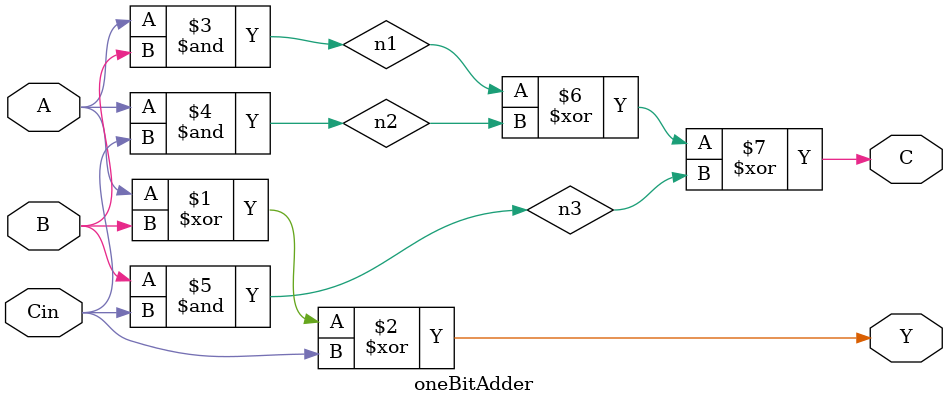
<source format=v>
`timescale 1ns / 1ps


module oneBitAdder(
    input A,    //One bit input A
    input B,    //One bit input B
    input Cin,  //One bit carry in
    output Y,   //One bit output Y
    output C    //One bit carry out
);
    wire n1;
    wire n2;
    wire n3;
    /*
        Y = 1 <=> A = 1 xor B = 1 xor C = 1
        C = 1 <=> A = 1 and B = 1 xor A = 1 and B = 1 xor B = 1 and C = 1
    */
    xor(Y,A,B,Cin);
    and(n1, A, B);
    and(n2, A, Cin);
    and(n3, B, Cin);
    xor(C, n1, n2, n3);

endmodule

</source>
